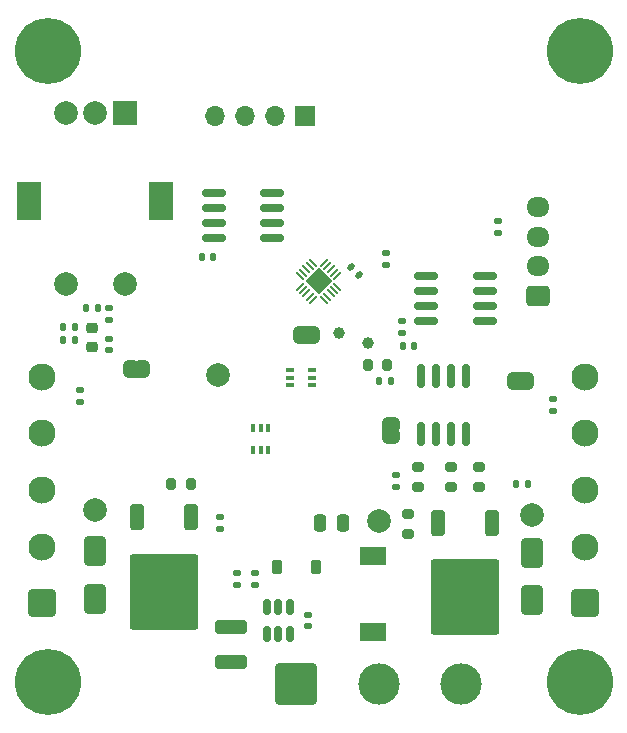
<source format=gts>
%TF.GenerationSoftware,KiCad,Pcbnew,9.99.0-679-g5f620f0fa1*%
%TF.CreationDate,2025-04-01T17:44:37+06:00*%
%TF.ProjectId,hakko_station,68616b6b-6f5f-4737-9461-74696f6e2e6b,rev?*%
%TF.SameCoordinates,Original*%
%TF.FileFunction,Soldermask,Top*%
%TF.FilePolarity,Negative*%
%FSLAX46Y46*%
G04 Gerber Fmt 4.6, Leading zero omitted, Abs format (unit mm)*
G04 Created by KiCad (PCBNEW 9.99.0-679-g5f620f0fa1) date 2025-04-01 17:44:37*
%MOMM*%
%LPD*%
G01*
G04 APERTURE LIST*
G04 Aperture macros list*
%AMRoundRect*
0 Rectangle with rounded corners*
0 $1 Rounding radius*
0 $2 $3 $4 $5 $6 $7 $8 $9 X,Y pos of 4 corners*
0 Add a 4 corners polygon primitive as box body*
4,1,4,$2,$3,$4,$5,$6,$7,$8,$9,$2,$3,0*
0 Add four circle primitives for the rounded corners*
1,1,$1+$1,$2,$3*
1,1,$1+$1,$4,$5*
1,1,$1+$1,$6,$7*
1,1,$1+$1,$8,$9*
0 Add four rect primitives between the rounded corners*
20,1,$1+$1,$2,$3,$4,$5,0*
20,1,$1+$1,$4,$5,$6,$7,0*
20,1,$1+$1,$6,$7,$8,$9,0*
20,1,$1+$1,$8,$9,$2,$3,0*%
%AMRotRect*
0 Rectangle, with rotation*
0 The origin of the aperture is its center*
0 $1 length*
0 $2 width*
0 $3 Rotation angle, in degrees counterclockwise*
0 Add horizontal line*
21,1,$1,$2,0,0,$3*%
%AMFreePoly0*
4,1,23,0.500000,-0.750000,0.000000,-0.750000,0.000000,-0.745722,-0.065263,-0.745722,-0.191342,-0.711940,-0.304381,-0.646677,-0.396677,-0.554381,-0.461940,-0.441342,-0.495722,-0.315263,-0.495722,-0.250000,-0.500000,-0.250000,-0.500000,0.250000,-0.495722,0.250000,-0.495722,0.315263,-0.461940,0.441342,-0.396677,0.554381,-0.304381,0.646677,-0.191342,0.711940,-0.065263,0.745722,0.000000,0.745722,
0.000000,0.750000,0.500000,0.750000,0.500000,-0.750000,0.500000,-0.750000,$1*%
%AMFreePoly1*
4,1,23,0.000000,0.745722,0.065263,0.745722,0.191342,0.711940,0.304381,0.646677,0.396677,0.554381,0.461940,0.441342,0.495722,0.315263,0.495722,0.250000,0.500000,0.250000,0.500000,-0.250000,0.495722,-0.250000,0.495722,-0.315263,0.461940,-0.441342,0.396677,-0.554381,0.304381,-0.646677,0.191342,-0.711940,0.065263,-0.745722,0.000000,-0.745722,0.000000,-0.750000,-0.500000,-0.750000,
-0.500000,0.750000,0.000000,0.750000,0.000000,0.745722,0.000000,0.745722,$1*%
G04 Aperture macros list end*
%ADD10R,2.000000X2.000000*%
%ADD11C,2.000000*%
%ADD12R,2.000000X3.200000*%
%ADD13RoundRect,0.250001X0.899999X-0.899999X0.899999X0.899999X-0.899999X0.899999X-0.899999X-0.899999X0*%
%ADD14C,2.300000*%
%ADD15C,5.600000*%
%ADD16RoundRect,0.150000X-0.150000X0.512500X-0.150000X-0.512500X0.150000X-0.512500X0.150000X0.512500X0*%
%ADD17RoundRect,0.200000X0.200000X0.275000X-0.200000X0.275000X-0.200000X-0.275000X0.200000X-0.275000X0*%
%ADD18RoundRect,0.200000X0.275000X-0.200000X0.275000X0.200000X-0.275000X0.200000X-0.275000X-0.200000X0*%
%ADD19RoundRect,0.225000X-0.250000X0.225000X-0.250000X-0.225000X0.250000X-0.225000X0.250000X0.225000X0*%
%ADD20RoundRect,0.135000X-0.185000X0.135000X-0.185000X-0.135000X0.185000X-0.135000X0.185000X0.135000X0*%
%ADD21RoundRect,0.250000X-0.350000X0.850000X-0.350000X-0.850000X0.350000X-0.850000X0.350000X0.850000X0*%
%ADD22RoundRect,0.249997X-2.650003X2.950003X-2.650003X-2.950003X2.650003X-2.950003X2.650003X2.950003X0*%
%ADD23RoundRect,0.135000X0.185000X-0.135000X0.185000X0.135000X-0.185000X0.135000X-0.185000X-0.135000X0*%
%ADD24RoundRect,0.100000X-0.225000X-0.100000X0.225000X-0.100000X0.225000X0.100000X-0.225000X0.100000X0*%
%ADD25FreePoly0,180.000000*%
%ADD26FreePoly1,180.000000*%
%ADD27RoundRect,0.250000X1.100000X-0.325000X1.100000X0.325000X-1.100000X0.325000X-1.100000X-0.325000X0*%
%ADD28RoundRect,0.200000X-0.275000X0.200000X-0.275000X-0.200000X0.275000X-0.200000X0.275000X0.200000X0*%
%ADD29R,1.700000X1.700000*%
%ADD30O,1.700000X1.700000*%
%ADD31RoundRect,0.250000X0.650000X-1.000000X0.650000X1.000000X-0.650000X1.000000X-0.650000X-1.000000X0*%
%ADD32RoundRect,0.050000X0.300520X-0.229810X-0.229810X0.300520X-0.300520X0.229810X0.229810X-0.300520X0*%
%ADD33RoundRect,0.050000X0.300520X0.229810X0.229810X0.300520X-0.300520X-0.229810X-0.229810X-0.300520X0*%
%ADD34RotRect,1.650000X1.650000X135.000000*%
%ADD35RoundRect,0.150000X-0.825000X-0.150000X0.825000X-0.150000X0.825000X0.150000X-0.825000X0.150000X0*%
%ADD36RoundRect,0.140000X0.140000X0.170000X-0.140000X0.170000X-0.140000X-0.170000X0.140000X-0.170000X0*%
%ADD37R,2.200000X1.500000*%
%ADD38RoundRect,0.200000X-0.200000X-0.275000X0.200000X-0.275000X0.200000X0.275000X-0.200000X0.275000X0*%
%ADD39FreePoly0,90.000000*%
%ADD40FreePoly1,90.000000*%
%ADD41RoundRect,0.150000X0.150000X-0.825000X0.150000X0.825000X-0.150000X0.825000X-0.150000X-0.825000X0*%
%ADD42RoundRect,0.140000X-0.170000X0.140000X-0.170000X-0.140000X0.170000X-0.140000X0.170000X0.140000X0*%
%ADD43RoundRect,0.225000X0.225000X0.375000X-0.225000X0.375000X-0.225000X-0.375000X0.225000X-0.375000X0*%
%ADD44RoundRect,0.140000X-0.219203X-0.021213X-0.021213X-0.219203X0.219203X0.021213X0.021213X0.219203X0*%
%ADD45FreePoly0,0.000000*%
%ADD46FreePoly1,0.000000*%
%ADD47C,1.000000*%
%ADD48RoundRect,0.100000X-0.100000X0.225000X-0.100000X-0.225000X0.100000X-0.225000X0.100000X0.225000X0*%
%ADD49RoundRect,0.250000X0.725000X-0.600000X0.725000X0.600000X-0.725000X0.600000X-0.725000X-0.600000X0*%
%ADD50O,1.950000X1.700000*%
%ADD51RoundRect,0.250002X-1.499998X-1.499998X1.499998X-1.499998X1.499998X1.499998X-1.499998X1.499998X0*%
%ADD52C,3.500000*%
%ADD53RoundRect,0.135000X0.135000X0.185000X-0.135000X0.185000X-0.135000X-0.185000X0.135000X-0.185000X0*%
%ADD54RoundRect,0.135000X-0.135000X-0.185000X0.135000X-0.185000X0.135000X0.185000X-0.135000X0.185000X0*%
%ADD55RoundRect,0.250000X0.250000X0.475000X-0.250000X0.475000X-0.250000X-0.475000X0.250000X-0.475000X0*%
G04 APERTURE END LIST*
%TO.C,JP2*%
G36*
X114650000Y-99750000D02*
G01*
X114350000Y-99750000D01*
X114350000Y-98250000D01*
X114650000Y-98250000D01*
X114650000Y-99750000D01*
G37*
%TO.C,JP3*%
G36*
X102750000Y-103300000D02*
G01*
X104250000Y-103300000D01*
X104250000Y-103000000D01*
X102750000Y-103000000D01*
X102750000Y-103300000D01*
G37*
%TO.C,JP4*%
G36*
X96250000Y-94350000D02*
G01*
X96550000Y-94350000D01*
X96550000Y-95850000D01*
X96250000Y-95850000D01*
X96250000Y-94350000D01*
G37*
%TO.C,JP1*%
G36*
X81850000Y-97250000D02*
G01*
X82150000Y-97250000D01*
X82150000Y-98750000D01*
X81850000Y-98750000D01*
X81850000Y-97250000D01*
G37*
%TD*%
D10*
%TO.C,SW1*%
X81000000Y-76250000D03*
D11*
X76000000Y-76250000D03*
X78500000Y-76250000D03*
D12*
X84100000Y-83750000D03*
X72900000Y-83750000D03*
D11*
X76000000Y-90750000D03*
X81000000Y-90750000D03*
%TD*%
D13*
%TO.C,J3*%
X74000000Y-117800000D03*
D14*
X74000000Y-113000000D03*
X74000000Y-108200000D03*
X74000000Y-103400000D03*
X74000000Y-98600000D03*
%TD*%
D15*
%TO.C,H2*%
X119500000Y-71000000D03*
%TD*%
D16*
%TO.C,U1*%
X94950000Y-118112500D03*
X94000000Y-118112500D03*
X93050000Y-118112500D03*
X93050000Y-120387500D03*
X94000000Y-120387500D03*
X94950000Y-120387500D03*
%TD*%
D17*
%TO.C,R14*%
X103225000Y-97600000D03*
X101575000Y-97600000D03*
%TD*%
D18*
%TO.C,R3*%
X108600000Y-107925000D03*
X108600000Y-106275000D03*
%TD*%
D19*
%TO.C,C7*%
X78190000Y-94525000D03*
X78190000Y-96075000D03*
%TD*%
D20*
%TO.C,R9*%
X104000000Y-106905707D03*
X104000000Y-107925707D03*
%TD*%
D21*
%TO.C,Q1*%
X86607500Y-110500000D03*
D22*
X84327500Y-116800000D03*
D21*
X82047500Y-110500000D03*
%TD*%
D23*
%TO.C,R2*%
X92000000Y-116260000D03*
X92000000Y-115240000D03*
%TD*%
D24*
%TO.C,U4*%
X94950000Y-98050000D03*
X94950000Y-98700000D03*
X94950000Y-99350000D03*
X96850000Y-99350000D03*
X96850000Y-98700000D03*
X96850000Y-98050000D03*
%TD*%
D25*
%TO.C,JP2*%
X115150000Y-99000000D03*
D26*
X113850000Y-99000000D03*
%TD*%
D20*
%TO.C,R1*%
X90500000Y-115240000D03*
X90500000Y-116260000D03*
%TD*%
D27*
%TO.C,C2*%
X90000000Y-122725000D03*
X90000000Y-119775000D03*
%TD*%
D28*
%TO.C,R12*%
X105000000Y-110275000D03*
X105000000Y-111925000D03*
%TD*%
D29*
%TO.C,J5*%
X96300000Y-76500000D03*
D30*
X93760000Y-76500000D03*
X91220000Y-76500000D03*
X88680000Y-76500000D03*
%TD*%
D20*
%TO.C,R16*%
X112600000Y-85390000D03*
X112600000Y-86410000D03*
%TD*%
D31*
%TO.C,D3*%
X115500000Y-117500000D03*
X115500000Y-113500000D03*
%TD*%
D18*
%TO.C,R6*%
X105800000Y-107925000D03*
X105800000Y-106275000D03*
%TD*%
D15*
%TO.C,H4*%
X74500000Y-124500000D03*
%TD*%
D31*
%TO.C,D2*%
X78500000Y-117400000D03*
X78500000Y-113400000D03*
%TD*%
D23*
%TO.C,R7*%
X89100000Y-111520000D03*
X89100000Y-110500000D03*
%TD*%
D32*
%TO.C,U7*%
X97868629Y-92131371D03*
X98151472Y-91848529D03*
X98434315Y-91565686D03*
X98717158Y-91282843D03*
X99000000Y-91000000D03*
D33*
X99000000Y-90080762D03*
X98717158Y-89797919D03*
X98434315Y-89515076D03*
X98151472Y-89232233D03*
X97868629Y-88949391D03*
D32*
X96949391Y-88949391D03*
X96666548Y-89232233D03*
X96383705Y-89515076D03*
X96100862Y-89797919D03*
X95818020Y-90080762D03*
D33*
X95818020Y-91000000D03*
X96100862Y-91282843D03*
X96383705Y-91565686D03*
X96666548Y-91848529D03*
X96949391Y-92131371D03*
D34*
X97409010Y-90540381D03*
%TD*%
D35*
%TO.C,U5*%
X106525000Y-90095000D03*
X106525000Y-91365000D03*
X106525000Y-92635000D03*
X106525000Y-93905000D03*
X111475000Y-93905000D03*
X111475000Y-92635000D03*
X111475000Y-91365000D03*
X111475000Y-90095000D03*
%TD*%
D36*
%TO.C,C12*%
X88480000Y-88500000D03*
X87520000Y-88500000D03*
%TD*%
D37*
%TO.C,L1*%
X102000000Y-120200000D03*
X102000000Y-113800000D03*
%TD*%
D23*
%TO.C,R17*%
X103100000Y-89190000D03*
X103100000Y-88170000D03*
%TD*%
D15*
%TO.C,H3*%
X119500000Y-124500000D03*
%TD*%
D38*
%TO.C,R4*%
X84950000Y-107700000D03*
X86600000Y-107700000D03*
%TD*%
D39*
%TO.C,JP3*%
X103500000Y-103800000D03*
D40*
X103500000Y-102500000D03*
%TD*%
D41*
%TO.C,U2*%
X106095000Y-103475000D03*
X107365000Y-103475000D03*
X108635000Y-103475000D03*
X109905000Y-103475000D03*
X109905000Y-98525000D03*
X108635000Y-98525000D03*
X107365000Y-98525000D03*
X106095000Y-98525000D03*
%TD*%
D42*
%TO.C,C11*%
X104500000Y-93920000D03*
X104500000Y-94880000D03*
%TD*%
%TO.C,C6*%
X79700000Y-92820000D03*
X79700000Y-93780000D03*
%TD*%
D43*
%TO.C,D1*%
X97150000Y-114750000D03*
X93850000Y-114750000D03*
%TD*%
D44*
%TO.C,C10*%
X100160589Y-89360589D03*
X100839411Y-90039411D03*
%TD*%
D45*
%TO.C,JP4*%
X95750000Y-95100000D03*
D46*
X97050000Y-95100000D03*
%TD*%
D11*
%TO.C,TP6*%
X102497000Y-110800000D03*
%TD*%
D36*
%TO.C,C8*%
X105480000Y-96000000D03*
X104520000Y-96000000D03*
%TD*%
D15*
%TO.C,H1*%
X74500000Y-71000000D03*
%TD*%
D47*
%TO.C,TP3*%
X99100000Y-94900000D03*
%TD*%
D45*
%TO.C,JP1*%
X81350000Y-98000000D03*
D46*
X82650000Y-98000000D03*
%TD*%
D21*
%TO.C,Q2*%
X112107500Y-111000000D03*
D22*
X109827500Y-117300000D03*
D21*
X107547500Y-111000000D03*
%TD*%
D42*
%TO.C,C9*%
X79690000Y-95420000D03*
X79690000Y-96380000D03*
%TD*%
D48*
%TO.C,U3*%
X93150000Y-102950000D03*
X92500000Y-102950000D03*
X91850000Y-102950000D03*
X91850000Y-104850000D03*
X92500000Y-104850000D03*
X93150000Y-104850000D03*
%TD*%
D18*
%TO.C,R11*%
X111000000Y-107925000D03*
X111000000Y-106275000D03*
%TD*%
D47*
%TO.C,TP5*%
X101600000Y-95800000D03*
%TD*%
D42*
%TO.C,C4*%
X77250000Y-99770000D03*
X77250000Y-100730000D03*
%TD*%
%TO.C,C1*%
X96500000Y-118770000D03*
X96500000Y-119730000D03*
%TD*%
D49*
%TO.C,J1*%
X116000000Y-91750000D03*
D50*
X116000000Y-89250000D03*
X116000000Y-86750000D03*
X116000000Y-84250000D03*
%TD*%
D11*
%TO.C,TP2*%
X115500000Y-110300000D03*
%TD*%
D51*
%TO.C,J2*%
X95500000Y-124600000D03*
D52*
X102500000Y-124600000D03*
X109500000Y-124600000D03*
%TD*%
D53*
%TO.C,R5*%
X78710000Y-92800000D03*
X77690000Y-92800000D03*
%TD*%
D35*
%TO.C,U6*%
X88525000Y-83095000D03*
X88525000Y-84365000D03*
X88525000Y-85635000D03*
X88525000Y-86905000D03*
X93475000Y-86905000D03*
X93475000Y-85635000D03*
X93475000Y-84365000D03*
X93475000Y-83095000D03*
%TD*%
D13*
%TO.C,J4*%
X120000000Y-117800000D03*
D14*
X120000000Y-113000000D03*
X120000000Y-108200000D03*
X120000000Y-103400000D03*
X120000000Y-98600000D03*
%TD*%
D11*
%TO.C,TP1*%
X78500000Y-109900000D03*
%TD*%
D53*
%TO.C,R13*%
X115110000Y-107700000D03*
X114090000Y-107700000D03*
%TD*%
D42*
%TO.C,C5*%
X117250000Y-100520000D03*
X117250000Y-101480000D03*
%TD*%
D54*
%TO.C,R15*%
X102490000Y-99000000D03*
X103510000Y-99000000D03*
%TD*%
D53*
%TO.C,R10*%
X76800000Y-95500000D03*
X75780000Y-95500000D03*
%TD*%
D54*
%TO.C,R8*%
X75790000Y-94400000D03*
X76810000Y-94400000D03*
%TD*%
D55*
%TO.C,C3*%
X99450000Y-111000000D03*
X97550000Y-111000000D03*
%TD*%
D11*
%TO.C,TP4*%
X88900000Y-98500000D03*
%TD*%
M02*

</source>
